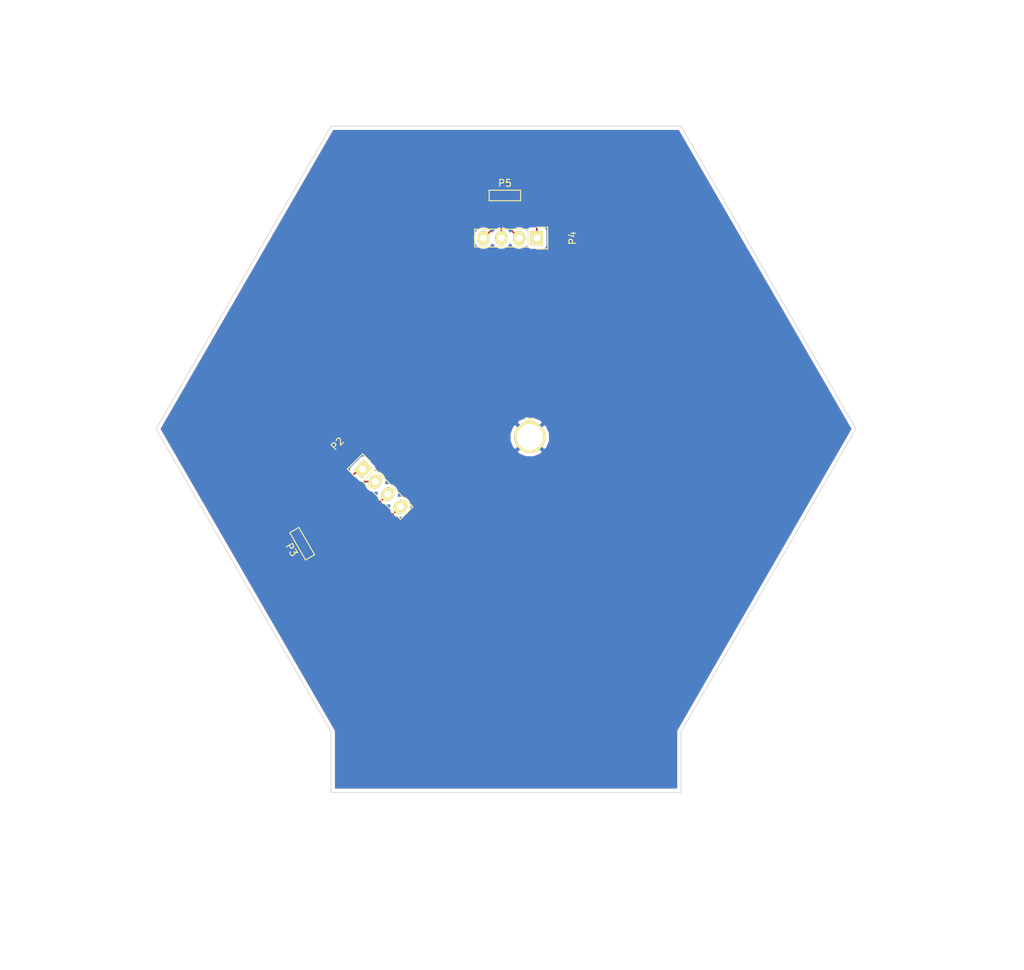
<source format=kicad_pcb>
(kicad_pcb (version 4) (host pcbnew 4.0.2+dfsg1-stable)

  (general
    (links 8)
    (no_connects 0)
    (area 76.2 43.688 222.504001 182.372001)
    (thickness 1.6)
    (drawings 40)
    (tracks 23)
    (zones 0)
    (modules 5)
    (nets 10)
  )

  (page A4)
  (layers
    (0 F.Cu signal)
    (31 B.Cu signal)
    (32 B.Adhes user)
    (33 F.Adhes user)
    (34 B.Paste user)
    (35 F.Paste user)
    (36 B.SilkS user)
    (37 F.SilkS user)
    (38 B.Mask user)
    (39 F.Mask user)
    (40 Dwgs.User user)
    (41 Cmts.User user)
    (42 Eco1.User user)
    (43 Eco2.User user)
    (44 Edge.Cuts user)
    (45 Margin user)
    (46 B.CrtYd user)
    (47 F.CrtYd user)
    (48 B.Fab user)
    (49 F.Fab user)
  )

  (setup
    (last_trace_width 0.25)
    (trace_clearance 0.2)
    (zone_clearance 0.508)
    (zone_45_only no)
    (trace_min 0.2)
    (segment_width 0.2)
    (edge_width 0.15)
    (via_size 0.6)
    (via_drill 0.4)
    (via_min_size 0.4)
    (via_min_drill 0.3)
    (uvia_size 0.3)
    (uvia_drill 0.1)
    (uvias_allowed no)
    (uvia_min_size 0.2)
    (uvia_min_drill 0.1)
    (pcb_text_width 0.3)
    (pcb_text_size 1.5 1.5)
    (mod_edge_width 0.15)
    (mod_text_size 1 1)
    (mod_text_width 0.15)
    (pad_size 4.4704 4.4704)
    (pad_drill 3.7592)
    (pad_to_mask_clearance 0.2)
    (aux_axis_origin 0 0)
    (visible_elements FFFFFF7F)
    (pcbplotparams
      (layerselection 0x010f0_80000001)
      (usegerberextensions true)
      (excludeedgelayer true)
      (linewidth 0.100000)
      (plotframeref false)
      (viasonmask false)
      (mode 1)
      (useauxorigin false)
      (hpglpennumber 1)
      (hpglpenspeed 20)
      (hpglpendiameter 15)
      (hpglpenoverlay 2)
      (psnegative false)
      (psa4output false)
      (plotreference true)
      (plotvalue true)
      (plotinvisibletext false)
      (padsonsilk false)
      (subtractmaskfromsilk false)
      (outputformat 1)
      (mirror false)
      (drillshape 0)
      (scaleselection 1)
      (outputdirectory template1_sunny))
  )

  (net 0 "")
  (net 1 GND)
  (net 2 "Net-(P2-Pad1)")
  (net 3 "Net-(P2-Pad2)")
  (net 4 "Net-(P2-Pad3)")
  (net 5 "Net-(P2-Pad4)")
  (net 6 "Net-(P4-Pad1)")
  (net 7 "Net-(P4-Pad2)")
  (net 8 "Net-(P4-Pad3)")
  (net 9 "Net-(P4-Pad4)")

  (net_class Default "This is the default net class."
    (clearance 0.2)
    (trace_width 0.25)
    (via_dia 0.6)
    (via_drill 0.4)
    (uvia_dia 0.3)
    (uvia_drill 0.1)
    (add_net GND)
    (add_net "Net-(P2-Pad1)")
    (add_net "Net-(P2-Pad2)")
    (add_net "Net-(P2-Pad3)")
    (add_net "Net-(P2-Pad4)")
    (add_net "Net-(P4-Pad1)")
    (add_net "Net-(P4-Pad2)")
    (add_net "Net-(P4-Pad3)")
    (add_net "Net-(P4-Pad4)")
  )

  (module 632HOLE (layer F.Cu) (tedit 5BB70A0B) (tstamp 5BBA79C4)
    (at 151.892 106.172)
    (descr Hole)
    (tags "DEV 6-32 HOLE")
    (path /5B94BB09)
    (fp_text reference P1 (at 0 -2.30124) (layer F.SilkS)
      (effects (font (size 0.762 0.762) (thickness 0.1905)))
    )
    (fp_text value CONN_01X01 (at 0 2.794) (layer F.SilkS) hide
      (effects (font (size 0.762 0.762) (thickness 0.1905)))
    )
    (fp_circle (center 0 0) (end 1.69926 -0.09906) (layer F.SilkS) (width 0.381))
    (pad 1 thru_hole circle (at 0 0) (size 4.4704 4.4704) (drill 3.7592) (layers *.Cu *.Mask F.SilkS)
      (net 1 GND))
  )

  (module Pin_Header_Straight_1x04 (layer F.Cu) (tedit 0) (tstamp 5BBA79D7)
    (at 128.016 110.744 45)
    (descr "Through hole pin header")
    (tags "pin header")
    (path /5BB70822)
    (fp_text reference P2 (at 0 -5.1 45) (layer F.SilkS)
      (effects (font (size 1 1) (thickness 0.15)))
    )
    (fp_text value CONN_01X04 (at 0 -3.1 45) (layer F.Fab)
      (effects (font (size 1 1) (thickness 0.15)))
    )
    (fp_line (start -1.75 -1.75) (end -1.75 9.4) (layer F.CrtYd) (width 0.05))
    (fp_line (start 1.75 -1.75) (end 1.75 9.4) (layer F.CrtYd) (width 0.05))
    (fp_line (start -1.75 -1.75) (end 1.75 -1.75) (layer F.CrtYd) (width 0.05))
    (fp_line (start -1.75 9.4) (end 1.75 9.4) (layer F.CrtYd) (width 0.05))
    (fp_line (start -1.27 1.27) (end -1.27 8.89) (layer F.SilkS) (width 0.15))
    (fp_line (start 1.27 1.27) (end 1.27 8.89) (layer F.SilkS) (width 0.15))
    (fp_line (start 1.55 -1.55) (end 1.55 0) (layer F.SilkS) (width 0.15))
    (fp_line (start -1.27 8.89) (end 1.27 8.89) (layer F.SilkS) (width 0.15))
    (fp_line (start 1.27 1.27) (end -1.27 1.27) (layer F.SilkS) (width 0.15))
    (fp_line (start -1.55 0) (end -1.55 -1.55) (layer F.SilkS) (width 0.15))
    (fp_line (start -1.55 -1.55) (end 1.55 -1.55) (layer F.SilkS) (width 0.15))
    (pad 1 thru_hole rect (at 0 0 45) (size 2.032 1.7272) (drill 1.016) (layers *.Cu *.Mask F.SilkS)
      (net 2 "Net-(P2-Pad1)"))
    (pad 2 thru_hole oval (at 0 2.54 45) (size 2.032 1.7272) (drill 1.016) (layers *.Cu *.Mask F.SilkS)
      (net 3 "Net-(P2-Pad2)"))
    (pad 3 thru_hole oval (at 0 5.08 45) (size 2.032 1.7272) (drill 1.016) (layers *.Cu *.Mask F.SilkS)
      (net 4 "Net-(P2-Pad3)"))
    (pad 4 thru_hole oval (at 0 7.62 45) (size 2.032 1.7272) (drill 1.016) (layers *.Cu *.Mask F.SilkS)
      (net 5 "Net-(P2-Pad4)"))
    (model Pin_Headers.3dshapes/Pin_Header_Straight_1x04.wrl
      (at (xyz 0 -0.15 0))
      (scale (xyz 1 1 1))
      (rotate (xyz 0 0 90))
    )
  )

  (module SK6812SIDE (layer F.Cu) (tedit 5BAC5859) (tstamp 5BBA79E4)
    (at 119.38 121.412 300)
    (path /5BB70861)
    (fp_text reference P3 (at 0 1.75 300) (layer F.SilkS)
      (effects (font (size 1 1) (thickness 0.15)))
    )
    (fp_text value CONN_01X04 (at 0 -1.5 300) (layer F.Fab)
      (effects (font (size 1 1) (thickness 0.15)))
    )
    (fp_line (start -2.25 0) (end -2.25 -0.75) (layer F.SilkS) (width 0.15))
    (fp_line (start -2.25 -0.75) (end 2.25 -0.75) (layer F.SilkS) (width 0.15))
    (fp_line (start 2.25 -0.75) (end 2.25 0.75) (layer F.SilkS) (width 0.15))
    (fp_line (start 2.25 0.75) (end -2.25 0.75) (layer F.SilkS) (width 0.15))
    (fp_line (start -2.25 0.75) (end -2.25 0) (layer F.SilkS) (width 0.15))
    (pad 1 smd rect (at -1.275 -0.5 300) (size 0.45 1) (layers F.Cu F.Paste F.Mask)
      (net 2 "Net-(P2-Pad1)"))
    (pad 2 smd rect (at -0.3 -0.5 300) (size 0.6 1) (layers F.Cu F.Paste F.Mask)
      (net 3 "Net-(P2-Pad2)"))
    (pad 3 smd rect (at 0.575 -0.5 300) (size 0.35 1) (layers F.Cu F.Paste F.Mask)
      (net 4 "Net-(P2-Pad3)"))
    (pad 4 smd rect (at 1.4 -0.5 300) (size 0.5 1) (layers F.Cu F.Paste F.Mask)
      (net 5 "Net-(P2-Pad4)"))
  )

  (module Pin_Header_Straight_1x04 (layer F.Cu) (tedit 0) (tstamp 5BBA79F7)
    (at 152.908 77.724 270)
    (descr "Through hole pin header")
    (tags "pin header")
    (path /5BB709C8)
    (fp_text reference P4 (at 0 -5.1 270) (layer F.SilkS)
      (effects (font (size 1 1) (thickness 0.15)))
    )
    (fp_text value CONN_01X04 (at 0 -3.1 270) (layer F.Fab)
      (effects (font (size 1 1) (thickness 0.15)))
    )
    (fp_line (start -1.75 -1.75) (end -1.75 9.4) (layer F.CrtYd) (width 0.05))
    (fp_line (start 1.75 -1.75) (end 1.75 9.4) (layer F.CrtYd) (width 0.05))
    (fp_line (start -1.75 -1.75) (end 1.75 -1.75) (layer F.CrtYd) (width 0.05))
    (fp_line (start -1.75 9.4) (end 1.75 9.4) (layer F.CrtYd) (width 0.05))
    (fp_line (start -1.27 1.27) (end -1.27 8.89) (layer F.SilkS) (width 0.15))
    (fp_line (start 1.27 1.27) (end 1.27 8.89) (layer F.SilkS) (width 0.15))
    (fp_line (start 1.55 -1.55) (end 1.55 0) (layer F.SilkS) (width 0.15))
    (fp_line (start -1.27 8.89) (end 1.27 8.89) (layer F.SilkS) (width 0.15))
    (fp_line (start 1.27 1.27) (end -1.27 1.27) (layer F.SilkS) (width 0.15))
    (fp_line (start -1.55 0) (end -1.55 -1.55) (layer F.SilkS) (width 0.15))
    (fp_line (start -1.55 -1.55) (end 1.55 -1.55) (layer F.SilkS) (width 0.15))
    (pad 1 thru_hole rect (at 0 0 270) (size 2.032 1.7272) (drill 1.016) (layers *.Cu *.Mask F.SilkS)
      (net 6 "Net-(P4-Pad1)"))
    (pad 2 thru_hole oval (at 0 2.54 270) (size 2.032 1.7272) (drill 1.016) (layers *.Cu *.Mask F.SilkS)
      (net 7 "Net-(P4-Pad2)"))
    (pad 3 thru_hole oval (at 0 5.08 270) (size 2.032 1.7272) (drill 1.016) (layers *.Cu *.Mask F.SilkS)
      (net 8 "Net-(P4-Pad3)"))
    (pad 4 thru_hole oval (at 0 7.62 270) (size 2.032 1.7272) (drill 1.016) (layers *.Cu *.Mask F.SilkS)
      (net 9 "Net-(P4-Pad4)"))
    (model Pin_Headers.3dshapes/Pin_Header_Straight_1x04.wrl
      (at (xyz 0 -0.15 0))
      (scale (xyz 1 1 1))
      (rotate (xyz 0 0 90))
    )
  )

  (module SK6812SIDE (layer F.Cu) (tedit 5BAC5859) (tstamp 5BBA7A04)
    (at 148.336 71.628 180)
    (path /5BB709CE)
    (fp_text reference P5 (at 0 1.75 180) (layer F.SilkS)
      (effects (font (size 1 1) (thickness 0.15)))
    )
    (fp_text value CONN_01X04 (at 0 -1.5 180) (layer F.Fab)
      (effects (font (size 1 1) (thickness 0.15)))
    )
    (fp_line (start -2.25 0) (end -2.25 -0.75) (layer F.SilkS) (width 0.15))
    (fp_line (start -2.25 -0.75) (end 2.25 -0.75) (layer F.SilkS) (width 0.15))
    (fp_line (start 2.25 -0.75) (end 2.25 0.75) (layer F.SilkS) (width 0.15))
    (fp_line (start 2.25 0.75) (end -2.25 0.75) (layer F.SilkS) (width 0.15))
    (fp_line (start -2.25 0.75) (end -2.25 0) (layer F.SilkS) (width 0.15))
    (pad 1 smd rect (at -1.275 -0.5 180) (size 0.45 1) (layers F.Cu F.Paste F.Mask)
      (net 6 "Net-(P4-Pad1)"))
    (pad 2 smd rect (at -0.3 -0.5 180) (size 0.6 1) (layers F.Cu F.Paste F.Mask)
      (net 7 "Net-(P4-Pad2)"))
    (pad 3 smd rect (at 0.575 -0.5 180) (size 0.35 1) (layers F.Cu F.Paste F.Mask)
      (net 8 "Net-(P4-Pad3)"))
    (pad 4 smd rect (at 1.4 -0.5 180) (size 0.5 1) (layers F.Cu F.Paste F.Mask)
      (net 9 "Net-(P4-Pad4)"))
  )

  (gr_line (start 123.5011 156.965124) (end 173.5011 156.965124) (layer Edge.Cuts) (width 0.1))
  (gr_line (start 123.5011 148.30487) (end 123.5011 156.965124) (layer Edge.Cuts) (width 0.1))
  (gr_line (start 98.5011 105.0036) (end 123.5011 148.30487) (layer Edge.Cuts) (width 0.1))
  (gr_line (start 123.5011 61.70233) (end 98.5011 105.0036) (layer Edge.Cuts) (width 0.1))
  (gr_line (start 173.5011 61.70233) (end 123.5011 61.70233) (layer Edge.Cuts) (width 0.1))
  (gr_line (start 198.5011 105.0036) (end 173.5011 61.70233) (layer Edge.Cuts) (width 0.1))
  (gr_line (start 173.5011 148.30487) (end 198.5011 105.0036) (layer Edge.Cuts) (width 0.1))
  (gr_line (start 173.5011 156.965124) (end 173.5011 148.30487) (layer Edge.Cuts) (width 0.1))
  (gr_line (start 123.5011 156.965124) (end 173.5011 156.965124) (layer B.Fab) (width 0.1))
  (gr_line (start 123.5011 148.30487) (end 123.5011 156.965124) (layer B.Fab) (width 0.1))
  (gr_line (start 98.5011 105.0036) (end 123.5011 148.30487) (layer B.Fab) (width 0.1))
  (gr_line (start 123.5011 61.70233) (end 98.5011 105.0036) (layer B.Fab) (width 0.1))
  (gr_line (start 173.5011 61.70233) (end 123.5011 61.70233) (layer B.Fab) (width 0.1))
  (gr_line (start 198.5011 105.0036) (end 173.5011 61.70233) (layer B.Fab) (width 0.1))
  (gr_line (start 173.5011 148.30487) (end 198.5011 105.0036) (layer B.Fab) (width 0.1))
  (gr_line (start 173.5011 156.965124) (end 173.5011 148.30487) (layer B.Fab) (width 0.1))
  (gr_line (start 187.057724 107.5036) (end 187.057724 102.5036) (layer B.Fab) (width 0.1))
  (gr_line (start 169.944476 137.144616) (end 187.057724 107.5036) (layer B.Fab) (width 0.1))
  (gr_line (start 165.614349 139.644616) (end 169.944476 137.144616) (layer B.Fab) (width 0.1))
  (gr_line (start 131.387851 139.644616) (end 165.614349 139.644616) (layer B.Fab) (width 0.1))
  (gr_line (start 127.057724 137.144616) (end 131.387851 139.644616) (layer B.Fab) (width 0.1))
  (gr_line (start 109.944476 107.5036) (end 127.057724 137.144616) (layer B.Fab) (width 0.1))
  (gr_line (start 109.944476 102.5036) (end 109.944476 107.5036) (layer B.Fab) (width 0.1))
  (gr_line (start 127.057724 72.862584) (end 109.944476 102.5036) (layer B.Fab) (width 0.1))
  (gr_line (start 131.387851 70.362584) (end 127.057724 72.862584) (layer B.Fab) (width 0.1))
  (gr_line (start 165.614349 70.362584) (end 131.387851 70.362584) (layer B.Fab) (width 0.1))
  (gr_line (start 169.944476 72.862584) (end 165.614349 70.362584) (layer B.Fab) (width 0.1))
  (gr_line (start 187.057724 102.5036) (end 169.944476 72.862584) (layer B.Fab) (width 0.1))
  (gr_line (start 207.057724 107.5036) (end 207.057724 102.5036) (layer B.Fab) (width 0.1))
  (gr_line (start 179.944476 154.465124) (end 207.057724 107.5036) (layer B.Fab) (width 0.1))
  (gr_line (start 175.614349 156.965124) (end 179.944476 154.465124) (layer B.Fab) (width 0.1))
  (gr_line (start 121.387851 156.965124) (end 175.614349 156.965124) (layer B.Fab) (width 0.1))
  (gr_line (start 117.057724 154.465124) (end 121.387851 156.965124) (layer B.Fab) (width 0.1))
  (gr_line (start 89.944476 107.5036) (end 117.057724 154.465124) (layer B.Fab) (width 0.1))
  (gr_line (start 89.944476 102.5036) (end 89.944476 107.5036) (layer B.Fab) (width 0.1))
  (gr_line (start 117.057724 55.542076) (end 89.944476 102.5036) (layer B.Fab) (width 0.1))
  (gr_line (start 121.387851 53.042076) (end 117.057724 55.542076) (layer B.Fab) (width 0.1))
  (gr_line (start 175.614349 53.042076) (end 121.387851 53.042076) (layer B.Fab) (width 0.1))
  (gr_line (start 179.944476 55.542076) (end 175.614349 53.042076) (layer B.Fab) (width 0.1))
  (gr_line (start 207.057724 102.5036) (end 179.944476 55.542076) (layer B.Fab) (width 0.1))

  (segment (start 127.508 111.252) (end 127 111.252) (width 0.25) (layer F.Cu) (net 2))
  (segment (start 119.175513 119.076487) (end 127 111.252) (width 0.25) (layer F.Cu) (net 2) (tstamp 5BBA7AA5))
  (segment (start 119.175513 119.076487) (end 119.175513 120.057818) (width 0.25) (layer F.Cu) (net 2))
  (segment (start 127.508 111.252) (end 128.016 110.744) (width 0.25) (layer F.Cu) (net 2) (tstamp 5BBA7AA8))
  (segment (start 119.663013 120.902192) (end 119.889808 120.902192) (width 0.25) (layer F.Cu) (net 3))
  (segment (start 119.889808 120.902192) (end 128.251949 112.540051) (width 0.25) (layer F.Cu) (net 3) (tstamp 5BBA7AAB))
  (segment (start 128.251949 112.540051) (end 129.812051 112.540051) (width 0.25) (layer F.Cu) (net 3) (tstamp 5BBA7AAC))
  (segment (start 120.100513 121.659965) (end 120.148035 121.659965) (width 0.25) (layer F.Cu) (net 4))
  (segment (start 120.148035 121.659965) (end 121.92 119.888) (width 0.25) (layer F.Cu) (net 4) (tstamp 5BBA7AB3))
  (segment (start 121.92 119.888) (end 126.056204 119.888) (width 0.25) (layer F.Cu) (net 4) (tstamp 5BBA7AB4))
  (segment (start 126.056204 119.888) (end 131.608102 114.336102) (width 0.25) (layer F.Cu) (net 4) (tstamp 5BBA7AB5))
  (segment (start 120.513013 122.374436) (end 123.497564 122.374436) (width 0.25) (layer F.Cu) (net 5))
  (segment (start 129.140308 120.396) (end 133.404154 116.132154) (width 0.25) (layer F.Cu) (net 5) (tstamp 5BBA7ABC))
  (segment (start 125.476 120.396) (end 129.140308 120.396) (width 0.25) (layer F.Cu) (net 5) (tstamp 5BBA7ABA))
  (segment (start 123.497564 122.374436) (end 125.476 120.396) (width 0.25) (layer F.Cu) (net 5) (tstamp 5BBA7AB9))
  (segment (start 152.908 77.724) (end 152.908 75.425) (width 0.25) (layer F.Cu) (net 6))
  (segment (start 152.908 75.425) (end 149.611 72.128) (width 0.25) (layer F.Cu) (net 6) (tstamp 5BBA7A8A))
  (segment (start 148.636 72.128) (end 148.636 75.992) (width 0.25) (layer F.Cu) (net 7))
  (segment (start 148.636 75.992) (end 150.368 77.724) (width 0.25) (layer F.Cu) (net 7) (tstamp 5BBA7A8E))
  (segment (start 147.828 77.724) (end 147.828 72.195) (width 0.25) (layer F.Cu) (net 8))
  (segment (start 147.828 72.195) (end 147.761 72.128) (width 0.25) (layer F.Cu) (net 8) (tstamp 5BBA7A92))
  (segment (start 146.936 72.128) (end 146.936 76.076) (width 0.25) (layer F.Cu) (net 9))
  (segment (start 146.936 76.076) (end 145.288 77.724) (width 0.25) (layer F.Cu) (net 9) (tstamp 5BBA7A95))

  (zone (net 1) (net_name GND) (layer F.Cu) (tstamp 5BBA7AC0) (hatch edge 0.508)
    (connect_pads (clearance 0.508))
    (min_thickness 0.254)
    (fill yes (arc_segments 16) (thermal_gap 0.508) (thermal_bridge_width 0.508))
    (polygon
      (pts
        (xy 88.392 51.816) (xy 201.676 48.768) (xy 218.44 133.096) (xy 154.94 182.372) (xy 87.376 180.34)
      )
    )
    (filled_polygon
      (pts
        (xy 197.710131 105.0036) (xy 172.907873 147.96237) (xy 172.893348 148.00516) (xy 172.868243 148.042732) (xy 172.850762 148.130615)
        (xy 172.821961 148.21546) (xy 172.824916 148.260549) (xy 172.8161 148.30487) (xy 172.8161 156.280124) (xy 124.1861 156.280124)
        (xy 124.1861 148.30487) (xy 124.177284 148.260549) (xy 124.180239 148.21546) (xy 124.151438 148.130615) (xy 124.133957 148.042732)
        (xy 124.108852 148.00516) (xy 124.094327 147.96237) (xy 108.061694 120.193034) (xy 117.98753 120.193034) (xy 118.0693 120.436682)
        (xy 118.2943 120.826394) (xy 118.448941 121.006457) (xy 118.5193 121.216104) (xy 118.8193 121.73572) (xy 118.956758 121.895776)
        (xy 119.019301 122.082132) (xy 119.194301 122.38524) (xy 119.331759 122.545295) (xy 119.394301 122.73165) (xy 119.644301 123.164662)
        (xy 119.800305 123.346313) (xy 120.028807 123.463946) (xy 120.285072 123.483412) (xy 120.52872 123.401642) (xy 120.991535 123.134436)
        (xy 123.497564 123.134436) (xy 123.788403 123.076584) (xy 124.034965 122.911837) (xy 125.790802 121.156) (xy 129.140308 121.156)
        (xy 129.431147 121.098148) (xy 129.677709 120.933401) (xy 132.920034 117.691076) (xy 133.27352 117.761388) (xy 133.84701 117.647314)
        (xy 134.33319 117.322458) (xy 134.594458 117.06119) (xy 134.919314 116.57501) (xy 135.033388 116.00152) (xy 134.919314 115.42803)
        (xy 134.594458 114.94185) (xy 134.108278 114.616994) (xy 133.534788 114.50292) (xy 133.163478 114.576778) (xy 133.237336 114.205468)
        (xy 133.123262 113.631978) (xy 132.798406 113.145798) (xy 132.312226 112.820942) (xy 131.738736 112.706868) (xy 131.367427 112.780726)
        (xy 131.441285 112.409417) (xy 131.327211 111.835927) (xy 131.002355 111.349747) (xy 130.516175 111.024891) (xy 129.942685 110.910817)
        (xy 129.925785 110.914179) (xy 129.937972 110.896343) (xy 129.992456 110.645181) (xy 129.944932 110.39261) (xy 129.802887 110.178428)
        (xy 128.581572 108.957113) (xy 128.383869 108.822028) (xy 128.132707 108.767544) (xy 127.880136 108.815068) (xy 127.665954 108.957113)
        (xy 126.229113 110.393954) (xy 126.094028 110.591657) (xy 126.039544 110.842819) (xy 126.086235 111.090963) (xy 118.638112 118.539086)
        (xy 118.473365 118.785648) (xy 118.415513 119.076487) (xy 118.415513 119.489196) (xy 118.30628 119.552262) (xy 118.124629 119.708266)
        (xy 118.006996 119.936768) (xy 117.98753 120.193034) (xy 108.061694 120.193034) (xy 101.147204 108.216787) (xy 150.026818 108.216787)
        (xy 150.276253 108.611951) (xy 151.332973 109.044541) (xy 152.4748 109.039812) (xy 153.507747 108.611951) (xy 153.757182 108.216787)
        (xy 151.892 106.351605) (xy 150.026818 108.216787) (xy 101.147204 108.216787) (xy 99.643891 105.612973) (xy 149.019459 105.612973)
        (xy 149.024188 106.7548) (xy 149.452049 107.787747) (xy 149.847213 108.037182) (xy 151.712395 106.172) (xy 152.071605 106.172)
        (xy 153.936787 108.037182) (xy 154.331951 107.787747) (xy 154.764541 106.731027) (xy 154.759812 105.5892) (xy 154.331951 104.556253)
        (xy 153.936787 104.306818) (xy 152.071605 106.172) (xy 151.712395 106.172) (xy 149.847213 104.306818) (xy 149.452049 104.556253)
        (xy 149.019459 105.612973) (xy 99.643891 105.612973) (xy 99.292069 105.0036) (xy 99.798051 104.127213) (xy 150.026818 104.127213)
        (xy 151.892 105.992395) (xy 153.757182 104.127213) (xy 153.507747 103.732049) (xy 152.451027 103.299459) (xy 151.3092 103.304188)
        (xy 150.276253 103.732049) (xy 150.026818 104.127213) (xy 99.798051 104.127213) (xy 115.148616 77.539255) (xy 143.7894 77.539255)
        (xy 143.7894 77.908745) (xy 143.903474 78.482234) (xy 144.22833 78.968415) (xy 144.714511 79.293271) (xy 145.288 79.407345)
        (xy 145.861489 79.293271) (xy 146.34767 78.968415) (xy 146.558 78.653634) (xy 146.76833 78.968415) (xy 147.254511 79.293271)
        (xy 147.828 79.407345) (xy 148.401489 79.293271) (xy 148.88767 78.968415) (xy 149.098 78.653634) (xy 149.30833 78.968415)
        (xy 149.794511 79.293271) (xy 150.368 79.407345) (xy 150.941489 79.293271) (xy 151.42767 78.968415) (xy 151.437243 78.954087)
        (xy 151.441238 78.975317) (xy 151.58031 79.191441) (xy 151.79251 79.336431) (xy 152.0444 79.38744) (xy 153.7716 79.38744)
        (xy 154.006917 79.343162) (xy 154.223041 79.20409) (xy 154.368031 78.99189) (xy 154.41904 78.74) (xy 154.41904 76.708)
        (xy 154.374762 76.472683) (xy 154.23569 76.256559) (xy 154.02349 76.111569) (xy 153.7716 76.06056) (xy 153.668 76.06056)
        (xy 153.668 75.425) (xy 153.610148 75.134161) (xy 153.445401 74.887599) (xy 150.48344 71.925638) (xy 150.48344 71.628)
        (xy 150.439162 71.392683) (xy 150.30009 71.176559) (xy 150.08789 71.031569) (xy 149.836 70.98056) (xy 149.386 70.98056)
        (xy 149.15274 71.024451) (xy 148.936 70.98056) (xy 148.336 70.98056) (xy 148.128658 71.019574) (xy 147.936 70.98056)
        (xy 147.586 70.98056) (xy 147.378658 71.019574) (xy 147.186 70.98056) (xy 146.686 70.98056) (xy 146.450683 71.024838)
        (xy 146.234559 71.16391) (xy 146.089569 71.37611) (xy 146.03856 71.628) (xy 146.03856 72.628) (xy 146.082838 72.863317)
        (xy 146.176 73.008095) (xy 146.176 75.761198) (xy 145.795579 76.141619) (xy 145.288 76.040655) (xy 144.714511 76.154729)
        (xy 144.22833 76.479585) (xy 143.903474 76.965766) (xy 143.7894 77.539255) (xy 115.148616 77.539255) (xy 123.896585 62.38733)
        (xy 173.105615 62.38733)
      )
    )
  )
  (zone (net 1) (net_name GND) (layer B.Cu) (tstamp 5BBA7AC1) (hatch edge 0.508)
    (connect_pads (clearance 0.508))
    (min_thickness 0.254)
    (fill yes (arc_segments 16) (thermal_gap 0.508) (thermal_bridge_width 0.508))
    (polygon
      (pts
        (xy 76.2 158.496) (xy 107.696 43.688) (xy 222.504 43.688) (xy 217.424 170.688)
      )
    )
    (filled_polygon
      (pts
        (xy 197.710131 105.0036) (xy 172.907873 147.96237) (xy 172.893348 148.00516) (xy 172.868243 148.042732) (xy 172.850762 148.130615)
        (xy 172.821961 148.21546) (xy 172.824916 148.260549) (xy 172.8161 148.30487) (xy 172.8161 156.280124) (xy 124.1861 156.280124)
        (xy 124.1861 148.30487) (xy 124.177284 148.260549) (xy 124.180239 148.21546) (xy 124.151438 148.130615) (xy 124.133957 148.042732)
        (xy 124.108852 148.00516) (xy 124.094327 147.96237) (xy 102.663344 110.842819) (xy 126.039544 110.842819) (xy 126.087068 111.09539)
        (xy 126.229113 111.309572) (xy 127.450428 112.530887) (xy 127.648131 112.665972) (xy 127.899293 112.720456) (xy 128.151864 112.672932)
        (xy 128.187006 112.649626) (xy 128.182817 112.670685) (xy 128.296891 113.244175) (xy 128.621747 113.730355) (xy 129.107927 114.055211)
        (xy 129.681417 114.169285) (xy 130.052726 114.095427) (xy 129.978868 114.466736) (xy 130.092942 115.040226) (xy 130.417798 115.526406)
        (xy 130.903978 115.851262) (xy 131.477468 115.965336) (xy 131.848778 115.891478) (xy 131.77492 116.262788) (xy 131.888994 116.836278)
        (xy 132.21385 117.322458) (xy 132.70003 117.647314) (xy 133.27352 117.761388) (xy 133.84701 117.647314) (xy 134.33319 117.322458)
        (xy 134.594458 117.06119) (xy 134.919314 116.57501) (xy 135.033388 116.00152) (xy 134.919314 115.42803) (xy 134.594458 114.94185)
        (xy 134.108278 114.616994) (xy 133.534788 114.50292) (xy 133.163478 114.576778) (xy 133.237336 114.205468) (xy 133.123262 113.631978)
        (xy 132.798406 113.145798) (xy 132.312226 112.820942) (xy 131.738736 112.706868) (xy 131.367427 112.780726) (xy 131.441285 112.409417)
        (xy 131.327211 111.835927) (xy 131.002355 111.349747) (xy 130.516175 111.024891) (xy 129.942685 110.910817) (xy 129.925785 110.914179)
        (xy 129.937972 110.896343) (xy 129.992456 110.645181) (xy 129.944932 110.39261) (xy 129.802887 110.178428) (xy 128.581572 108.957113)
        (xy 128.383869 108.822028) (xy 128.132707 108.767544) (xy 127.880136 108.815068) (xy 127.665954 108.957113) (xy 126.229113 110.393954)
        (xy 126.094028 110.591657) (xy 126.039544 110.842819) (xy 102.663344 110.842819) (xy 101.147204 108.216787) (xy 150.026818 108.216787)
        (xy 150.276253 108.611951) (xy 151.332973 109.044541) (xy 152.4748 109.039812) (xy 153.507747 108.611951) (xy 153.757182 108.216787)
        (xy 151.892 106.351605) (xy 150.026818 108.216787) (xy 101.147204 108.216787) (xy 99.643891 105.612973) (xy 149.019459 105.612973)
        (xy 149.024188 106.7548) (xy 149.452049 107.787747) (xy 149.847213 108.037182) (xy 151.712395 106.172) (xy 152.071605 106.172)
        (xy 153.936787 108.037182) (xy 154.331951 107.787747) (xy 154.764541 106.731027) (xy 154.759812 105.5892) (xy 154.331951 104.556253)
        (xy 153.936787 104.306818) (xy 152.071605 106.172) (xy 151.712395 106.172) (xy 149.847213 104.306818) (xy 149.452049 104.556253)
        (xy 149.019459 105.612973) (xy 99.643891 105.612973) (xy 99.292069 105.0036) (xy 99.798051 104.127213) (xy 150.026818 104.127213)
        (xy 151.892 105.992395) (xy 153.757182 104.127213) (xy 153.507747 103.732049) (xy 152.451027 103.299459) (xy 151.3092 103.304188)
        (xy 150.276253 103.732049) (xy 150.026818 104.127213) (xy 99.798051 104.127213) (xy 115.148616 77.539255) (xy 143.7894 77.539255)
        (xy 143.7894 77.908745) (xy 143.903474 78.482234) (xy 144.22833 78.968415) (xy 144.714511 79.293271) (xy 145.288 79.407345)
        (xy 145.861489 79.293271) (xy 146.34767 78.968415) (xy 146.558 78.653634) (xy 146.76833 78.968415) (xy 147.254511 79.293271)
        (xy 147.828 79.407345) (xy 148.401489 79.293271) (xy 148.88767 78.968415) (xy 149.098 78.653634) (xy 149.30833 78.968415)
        (xy 149.794511 79.293271) (xy 150.368 79.407345) (xy 150.941489 79.293271) (xy 151.42767 78.968415) (xy 151.437243 78.954087)
        (xy 151.441238 78.975317) (xy 151.58031 79.191441) (xy 151.79251 79.336431) (xy 152.0444 79.38744) (xy 153.7716 79.38744)
        (xy 154.006917 79.343162) (xy 154.223041 79.20409) (xy 154.368031 78.99189) (xy 154.41904 78.74) (xy 154.41904 76.708)
        (xy 154.374762 76.472683) (xy 154.23569 76.256559) (xy 154.02349 76.111569) (xy 153.7716 76.06056) (xy 152.0444 76.06056)
        (xy 151.809083 76.104838) (xy 151.592959 76.24391) (xy 151.447969 76.45611) (xy 151.4396 76.497439) (xy 151.42767 76.479585)
        (xy 150.941489 76.154729) (xy 150.368 76.040655) (xy 149.794511 76.154729) (xy 149.30833 76.479585) (xy 149.098 76.794366)
        (xy 148.88767 76.479585) (xy 148.401489 76.154729) (xy 147.828 76.040655) (xy 147.254511 76.154729) (xy 146.76833 76.479585)
        (xy 146.558 76.794366) (xy 146.34767 76.479585) (xy 145.861489 76.154729) (xy 145.288 76.040655) (xy 144.714511 76.154729)
        (xy 144.22833 76.479585) (xy 143.903474 76.965766) (xy 143.7894 77.539255) (xy 115.148616 77.539255) (xy 123.896585 62.38733)
        (xy 173.105615 62.38733)
      )
    )
  )
)

</source>
